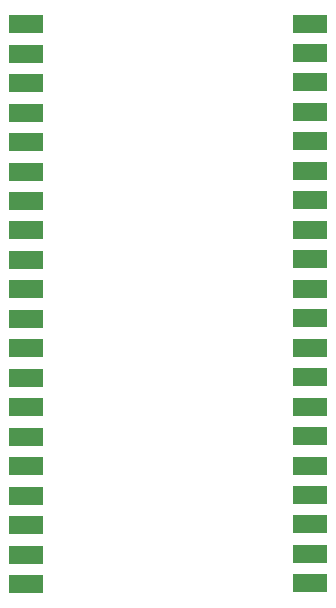
<source format=gtp>
%TF.GenerationSoftware,KiCad,Pcbnew,(6.0.2)*%
%TF.CreationDate,2022-03-12T10:34:22-05:00*%
%TF.ProjectId,macropad,6d616372-6f70-4616-942e-6b696361645f,v0*%
%TF.SameCoordinates,Original*%
%TF.FileFunction,Paste,Top*%
%TF.FilePolarity,Positive*%
%FSLAX46Y46*%
G04 Gerber Fmt 4.6, Leading zero omitted, Abs format (unit mm)*
G04 Created by KiCad (PCBNEW (6.0.2)) date 2022-03-12 10:34:22*
%MOMM*%
%LPD*%
G01*
G04 APERTURE LIST*
%ADD10R,3.000000X1.610000*%
G04 APERTURE END LIST*
D10*
%TO.C,U1*%
X80060800Y-25200000D03*
X80060800Y-27694547D03*
X80060800Y-30189094D03*
X80060800Y-32683641D03*
X80060800Y-35178188D03*
X80060800Y-37672735D03*
X80060800Y-40167282D03*
X80060800Y-42661829D03*
X80060800Y-45156376D03*
X80060800Y-47650923D03*
X80060800Y-50145470D03*
X80060800Y-52640017D03*
X80060800Y-55134564D03*
X80060800Y-57629111D03*
X80060800Y-60123658D03*
X80060800Y-62618205D03*
X80060800Y-65112752D03*
X80060800Y-67607299D03*
X80060800Y-70101846D03*
X80060800Y-72596400D03*
X104140000Y-72542400D03*
X104140000Y-70047846D03*
X104140000Y-67553299D03*
X104140000Y-65058752D03*
X104140000Y-62564205D03*
X104140000Y-60069658D03*
X104140000Y-57575111D03*
X104140000Y-55080564D03*
X104140000Y-52586017D03*
X104140000Y-50091470D03*
X104140000Y-47596923D03*
X104140000Y-45102376D03*
X104140000Y-42607829D03*
X104140000Y-40113282D03*
X104140000Y-37618735D03*
X104140000Y-35124188D03*
X104140000Y-32629641D03*
X104140000Y-30135094D03*
X104140000Y-27640547D03*
X104140000Y-25146000D03*
%TD*%
M02*

</source>
